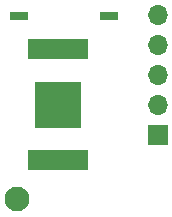
<source format=gbr>
%TF.GenerationSoftware,KiCad,Pcbnew,(6.0.9-0)*%
%TF.CreationDate,2023-01-03T19:06:45+00:00*%
%TF.ProjectId,ds3231_plus,64733332-3331-45f7-906c-75732e6b6963,rev?*%
%TF.SameCoordinates,Original*%
%TF.FileFunction,Soldermask,Bot*%
%TF.FilePolarity,Negative*%
%FSLAX46Y46*%
G04 Gerber Fmt 4.6, Leading zero omitted, Abs format (unit mm)*
G04 Created by KiCad (PCBNEW (6.0.9-0)) date 2023-01-03 19:06:45*
%MOMM*%
%LPD*%
G01*
G04 APERTURE LIST*
%ADD10R,1.700000X1.700000*%
%ADD11O,1.700000X1.700000*%
%ADD12C,2.100000*%
%ADD13R,5.080000X1.780000*%
%ADD14R,3.960000X3.960000*%
%ADD15R,1.600000X0.760000*%
G04 APERTURE END LIST*
D10*
%TO.C,J2*%
X158000000Y-91575000D03*
D11*
X158000000Y-89035000D03*
X158000000Y-86495000D03*
X158000000Y-83955000D03*
X158000000Y-81415000D03*
%TD*%
D12*
%TO.C,H1*%
X146000000Y-97000000D03*
%TD*%
D13*
%TO.C,Backup Battery*%
X149500000Y-84300000D03*
X149500000Y-93700000D03*
D14*
X149500000Y-89000000D03*
%TD*%
D15*
%TO.C,Battery Cutoff Switch*%
X153810000Y-81500000D03*
X146190000Y-81500000D03*
%TD*%
M02*

</source>
